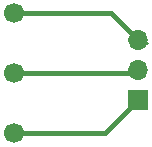
<source format=gbr>
G04 #@! TF.GenerationSoftware,KiCad,Pcbnew,(5.1.6)-1*
G04 #@! TF.CreationDate,2020-12-04T23:35:36-06:00*
G04 #@! TF.ProjectId,PotentiometerToServoWire,506f7465-6e74-4696-9f6d-65746572546f,rev?*
G04 #@! TF.SameCoordinates,Original*
G04 #@! TF.FileFunction,Copper,L1,Top*
G04 #@! TF.FilePolarity,Positive*
%FSLAX46Y46*%
G04 Gerber Fmt 4.6, Leading zero omitted, Abs format (unit mm)*
G04 Created by KiCad (PCBNEW (5.1.6)-1) date 2020-12-04 23:35:36*
%MOMM*%
%LPD*%
G01*
G04 APERTURE LIST*
G04 #@! TA.AperFunction,ComponentPad*
%ADD10C,1.700000*%
G04 #@! TD*
G04 #@! TA.AperFunction,ComponentPad*
%ADD11R,1.700000X1.700000*%
G04 #@! TD*
G04 #@! TA.AperFunction,ComponentPad*
%ADD12O,1.700000X1.700000*%
G04 #@! TD*
G04 #@! TA.AperFunction,Conductor*
%ADD13C,0.250000*%
G04 #@! TD*
G04 #@! TA.AperFunction,Conductor*
%ADD14C,0.381000*%
G04 #@! TD*
G04 APERTURE END LIST*
D10*
X137160000Y-86360000D03*
X137160000Y-91440000D03*
X137160000Y-96520000D03*
D11*
X147701000Y-93726000D03*
D12*
X147701000Y-91186000D03*
X147701000Y-88646000D03*
D13*
X147320000Y-93980000D02*
X148169999Y-93130001D01*
D14*
X144907000Y-96520000D02*
X147701000Y-93726000D01*
X137160000Y-96520000D02*
X144907000Y-96520000D01*
D13*
X137160000Y-91440000D02*
X138237630Y-91440000D01*
D14*
X147447000Y-91440000D02*
X147701000Y-91186000D01*
X137160000Y-91440000D02*
X147447000Y-91440000D01*
D13*
X147320000Y-88900000D02*
X148420000Y-88900000D01*
D14*
X145415000Y-86360000D02*
X147701000Y-88646000D01*
X137160000Y-86360000D02*
X145415000Y-86360000D01*
M02*

</source>
